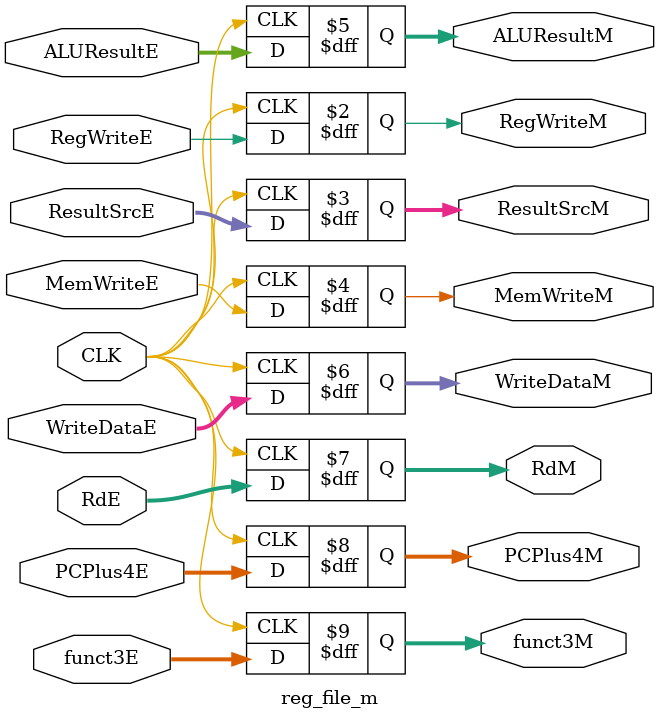
<source format=sv>
module reg_file_m #(
    parameter ADDRESS_WIDTH = 5,
    parameter DATA_WIDTH = 32,
    parameter FUNCT3_WIDTH = 3
)(
    input  logic                            CLK,
    
    input  logic                            RegWriteE,
    input  logic [1:0]                      ResultSrcE,
    input  logic                            MemWriteE, 
    input  logic [DATA_WIDTH-1:0]           ALUResultE,
    input  logic [DATA_WIDTH-1:0]           WriteDataE,
    input  logic [ADDRESS_WIDTH-1:0]        RdE,
    input  logic [DATA_WIDTH-1:0]           PCPlus4E, 
    input  logic [FUNCT3_WIDTH-1:0]         funct3E,

    output  logic                            RegWriteM,
    output  logic [1:0]                      ResultSrcM, 
    output  logic                            MemWriteM, 
    output  logic [DATA_WIDTH-1:0]           ALUResultM,
    output  logic [DATA_WIDTH-1:0]           WriteDataM,
    output  logic [ADDRESS_WIDTH-1:0]        RdM,
    output  logic [DATA_WIDTH-1:0]           PCPlus4M, 
    output  logic [FUNCT3_WIDTH-1:0]         funct3M
    
    
);

always_ff @(posedge CLK) begin
    RegWriteM    <= RegWriteE;
    ResultSrcM   <= ResultSrcE;
    MemWriteM    <= MemWriteE;
    ALUResultM   <= ALUResultE;
    WriteDataM   <= WriteDataE;
    RdM          <= RdE;
    PCPlus4M     <= PCPlus4E;
    funct3M      <= funct3E;
end

endmodule

</source>
